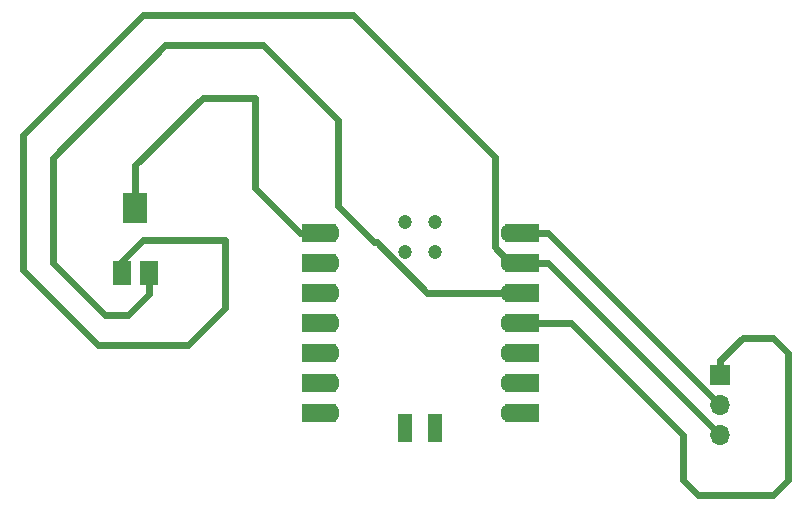
<source format=gbr>
%TF.GenerationSoftware,KiCad,Pcbnew,9.0.0*%
%TF.CreationDate,2025-05-14T15:28:32-04:00*%
%TF.ProjectId,DRAWBRIDGE,44524157-4252-4494-9447-452e6b696361,rev?*%
%TF.SameCoordinates,Original*%
%TF.FileFunction,Copper,L1,Top*%
%TF.FilePolarity,Positive*%
%FSLAX46Y46*%
G04 Gerber Fmt 4.6, Leading zero omitted, Abs format (unit mm)*
G04 Created by KiCad (PCBNEW 9.0.0) date 2025-05-14 15:28:32*
%MOMM*%
%LPD*%
G01*
G04 APERTURE LIST*
%TA.AperFunction,SMDPad,CuDef*%
%ADD10C,1.200000*%
%TD*%
%TA.AperFunction,SMDPad,CuDef*%
%ADD11R,1.200000X2.400000*%
%TD*%
%TA.AperFunction,SMDPad,CuDef*%
%ADD12R,3.000000X1.600000*%
%TD*%
%TA.AperFunction,ComponentPad*%
%ADD13C,1.600000*%
%TD*%
%TA.AperFunction,SMDPad,CuDef*%
%ADD14R,1.500000X2.000000*%
%TD*%
%TA.AperFunction,SMDPad,CuDef*%
%ADD15R,2.000000X2.500000*%
%TD*%
%TA.AperFunction,ComponentPad*%
%ADD16R,1.700000X1.700000*%
%TD*%
%TA.AperFunction,ComponentPad*%
%ADD17O,1.700000X1.700000*%
%TD*%
%TA.AperFunction,Conductor*%
%ADD18C,0.600000*%
%TD*%
G04 APERTURE END LIST*
D10*
%TO.P,M2,20,SWCLK*%
%TO.N,unconnected-(M2-SWCLK-Pad20)*%
X137160000Y-69605000D03*
%TO.P,M2,19,GND*%
%TO.N,unconnected-(M2-GND-Pad19)*%
X137160000Y-72145000D03*
%TO.P,M2,18,RESET*%
%TO.N,unconnected-(M2-RESET-Pad18)*%
X134620000Y-72145000D03*
%TO.P,M2,17,SWDIO*%
%TO.N,unconnected-(M2-SWDIO-Pad17)*%
X134620000Y-69605000D03*
D11*
%TO.P,M2,16,VIN*%
%TO.N,unconnected-(M2-VIN-Pad16)*%
X134625000Y-86995000D03*
%TO.P,M2,15,GND*%
%TO.N,unconnected-(M2-GND-Pad15)*%
X137165000Y-86995000D03*
D12*
%TO.P,M2,14,5V*%
%TO.N,PWR_5V*%
X144510000Y-70485000D03*
D13*
X143510000Y-70485000D03*
D12*
%TO.P,M2,13,GND*%
%TO.N,PWR_GND*%
X144510000Y-73025000D03*
D13*
X143510000Y-73025000D03*
D12*
%TO.P,M2,12,3V3*%
%TO.N,+3.3V*%
X144510000Y-75565000D03*
D13*
X143510000Y-75565000D03*
D12*
%TO.P,M2,11,D10*%
%TO.N,Net-(M1-PWM)*%
X144510000Y-78105000D03*
D13*
X143510000Y-78105000D03*
D12*
%TO.P,M2,10,D9*%
%TO.N,unconnected-(M2-D9-Pad10)*%
X144510000Y-80645000D03*
D13*
%TO.N,unconnected-(M2-D9-Pad10)_1*%
X143510000Y-80645000D03*
D12*
%TO.P,M2,9,D8*%
%TO.N,unconnected-(M2-D8-Pad9)_1*%
X144510000Y-83185000D03*
D13*
%TO.N,unconnected-(M2-D8-Pad9)*%
X143510000Y-83185000D03*
D12*
%TO.P,M2,8,D7*%
%TO.N,unconnected-(M2-D7-Pad8)_1*%
X144510000Y-85725000D03*
D13*
%TO.N,unconnected-(M2-D7-Pad8)*%
X143510000Y-85725000D03*
D12*
%TO.P,M2,7,D6*%
%TO.N,unconnected-(M2-D6-Pad7)*%
X127275000Y-85725000D03*
D13*
%TO.N,unconnected-(M2-D6-Pad7)_1*%
X128275000Y-85725000D03*
D12*
%TO.P,M2,6,D5*%
%TO.N,unconnected-(M2-D5-Pad6)_1*%
X127275000Y-83185000D03*
D13*
%TO.N,unconnected-(M2-D5-Pad6)*%
X128275000Y-83185000D03*
D12*
%TO.P,M2,5,D4*%
%TO.N,unconnected-(M2-D4-Pad5)_1*%
X127275000Y-80645000D03*
D13*
%TO.N,unconnected-(M2-D4-Pad5)*%
X128275000Y-80645000D03*
D12*
%TO.P,M2,4,D3*%
%TO.N,unconnected-(M2-D3-Pad4)_1*%
X127275000Y-78105000D03*
D13*
%TO.N,unconnected-(M2-D3-Pad4)*%
X128275000Y-78105000D03*
D12*
%TO.P,M2,3,D2*%
%TO.N,unconnected-(M2-D2-Pad3)*%
X127275000Y-75565000D03*
D13*
%TO.N,unconnected-(M2-D2-Pad3)_1*%
X128275000Y-75565000D03*
D12*
%TO.P,M2,2,D1*%
%TO.N,unconnected-(M2-D1-Pad2)_1*%
X127275000Y-73025000D03*
D13*
%TO.N,unconnected-(M2-D1-Pad2)*%
X128275000Y-73025000D03*
D12*
%TO.P,M2,1,D0*%
%TO.N,Net-(M2-D0)*%
X127275000Y-70485000D03*
D13*
X128275000Y-70485000D03*
%TD*%
D14*
%TO.P,RV1,1,1*%
%TO.N,+3.3V*%
X112920000Y-73870000D03*
D15*
%TO.P,RV1,2,2*%
%TO.N,Net-(M2-D0)*%
X111760000Y-68370000D03*
D14*
%TO.P,RV1,3,3*%
%TO.N,PWR_GND*%
X110610000Y-73870000D03*
%TD*%
D16*
%TO.P,M1,1,PWM*%
%TO.N,Net-(M1-PWM)*%
X161290000Y-82565000D03*
D17*
%TO.P,M1,2,+*%
%TO.N,PWR_5V*%
X161290000Y-85105000D03*
%TO.P,M1,3,-*%
%TO.N,PWR_GND*%
X161290000Y-87645000D03*
%TD*%
D18*
%TO.N,PWR_GND*%
X130175000Y-52070000D02*
X112395000Y-52070000D01*
X143510000Y-73025000D02*
X146670000Y-73025000D01*
X119380000Y-76835000D02*
X119380000Y-71120000D01*
X119380000Y-71120000D02*
X112395000Y-71120000D01*
X146670000Y-73025000D02*
X161290000Y-87645000D01*
X108585000Y-80010000D02*
X116205000Y-80010000D01*
X102235000Y-62230000D02*
X102235000Y-73660000D01*
X102235000Y-73660000D02*
X108585000Y-80010000D01*
X142209000Y-71724000D02*
X142209000Y-64104000D01*
X110610000Y-72905000D02*
X110610000Y-73870000D01*
X142209000Y-64104000D02*
X130175000Y-52070000D01*
X112395000Y-71120000D02*
X110610000Y-72905000D01*
X112395000Y-52070000D02*
X102235000Y-62230000D01*
X116205000Y-80010000D02*
X119380000Y-76835000D01*
X143510000Y-73025000D02*
X142209000Y-71724000D01*
%TO.N,PWR_5V*%
X146670000Y-70485000D02*
X161290000Y-85105000D01*
X143510000Y-70485000D02*
X146670000Y-70485000D01*
%TO.N,Net-(M1-PWM)*%
X165735000Y-79375000D02*
X163195000Y-79375000D01*
X167005000Y-80645000D02*
X165735000Y-79375000D01*
X158115000Y-87609397D02*
X158115000Y-91440000D01*
X167005000Y-91440000D02*
X167005000Y-80645000D01*
X165735000Y-92710000D02*
X167005000Y-91440000D01*
X161290000Y-81280000D02*
X161290000Y-82565000D01*
X159385000Y-92710000D02*
X165735000Y-92710000D01*
X143510000Y-78105000D02*
X148610603Y-78105000D01*
X163195000Y-79375000D02*
X161290000Y-81280000D01*
X148610603Y-78105000D02*
X158115000Y-87609397D01*
X158115000Y-91440000D02*
X159385000Y-92710000D01*
%TO.N,+3.3V*%
X122555000Y-54610000D02*
X114300000Y-54610000D01*
X132221950Y-71304000D02*
X131963322Y-71304000D01*
X128905000Y-68245678D02*
X128905000Y-60960000D01*
X131963322Y-71304000D02*
X128905000Y-68245678D01*
X143510000Y-75565000D02*
X136482950Y-75565000D01*
X111125000Y-77470000D02*
X112920000Y-75675000D01*
X109220000Y-77470000D02*
X111125000Y-77470000D01*
X136482950Y-75565000D02*
X132221950Y-71304000D01*
X104775000Y-73025000D02*
X109220000Y-77470000D01*
X114300000Y-54610000D02*
X104775000Y-64135000D01*
X112920000Y-75675000D02*
X112920000Y-73870000D01*
X104775000Y-64135000D02*
X104775000Y-73025000D01*
X128905000Y-60960000D02*
X122555000Y-54610000D01*
%TO.N,Net-(M2-D0)*%
X121920000Y-59055000D02*
X121920000Y-66675000D01*
X117475000Y-59055000D02*
X111760000Y-64770000D01*
X125730000Y-70485000D02*
X128275000Y-70485000D01*
X121920000Y-59055000D02*
X117475000Y-59055000D01*
X121920000Y-66675000D02*
X125730000Y-70485000D01*
X111760000Y-64770000D02*
X111760000Y-68370000D01*
%TD*%
M02*

</source>
